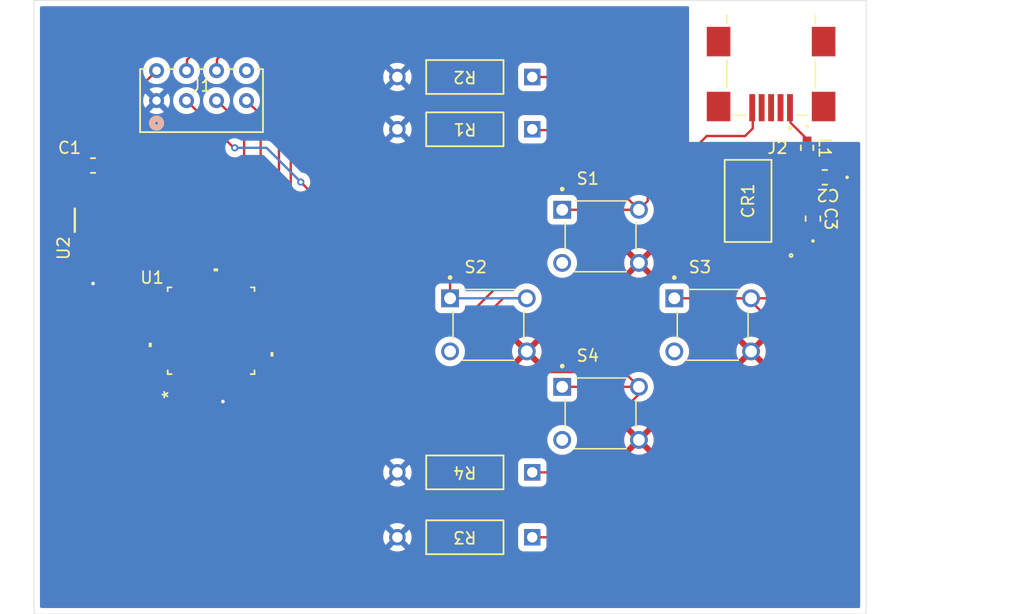
<source format=kicad_pcb>
(kicad_pcb (version 20240108) (generator "pcbnew") (generator_version "8.0")
  (layers (0 "F.Cu" signal) (31 "B.Cu" signal) (34 "B.Paste" user) (35 "F.Paste" user) (36 "B.SilkS" user "B.Silkscreen") (37 "F.SilkS" user "F.Silkscreen") (38 "B.Mask" user) (39 "F.Mask" user) (44 "Edge.Cuts" user))
  (net 0 "")
  (net 1 "/SW1")
  (net 4 "/SW2")
  (net 5 "/SW3")
  (net 8 "/SW4")
  (net 9 "GND")
  (net 10 "+5V")
  (net 12 "/MISO")
  (net 13 "/SCK")
  (net 14 "/CE")
  (net 15 "+3.3V")
  (net 16 "/MOSI")
  (net 17 "/*SS")
  (net 24 "Net-(CR1-VIN)")
  (net 25 "USB_D+")
  (net 26 "USB_D-")
  (net 27 "VCC")
  (footprint "TS02_66_60_BK_100_LCR_D:SW_TS02-66-60-BK-100-LCR-D" (layer "F.Cu") (at 149.5 87)
    (property "Reference" "S4" (at -1.079 -4.889 0) (layer "F.SilkS"))
    (property "Value" "TS02-66-60-BK-100-LCR-D")
    (fp_line (start -3 -1.176) (end -3 1.176) (stroke (width 0.127)) (layer "F.SilkS"))
    (fp_line (start -2.176 -3) (end 2.176 -3) (stroke (width 0.127)) (layer "F.SilkS"))
    (fp_line (start -2.176 3) (end 2.176 3) (stroke (width 0.127)) (layer "F.SilkS"))
    (fp_line (start 3 -1.176) (end 3 1.176) (stroke (width 0.127)) (layer "F.SilkS"))
    (fp_circle (center -3.25 -4.004) (end -3.15 -4.004) (stroke (width 0.2)) (fill none) (layer "F.SilkS"))
    (pad "1" thru_hole rect (at -3.25 -2.25) (size 1.508 1.508) (drill 1) (layers "*.Cu" "*.Mask") (net 8 "/SW4"))
    (pad "2" thru_hole circle (at 3.25 -2.25) (size 1.508 1.508) (drill 1) (layers "*.Cu" "*.Mask") (net 8 "/SW4"))
    (pad "3" thru_hole circle (at -3.25 2.25) (size 1.508 1.508) (drill 1) (layers "*.Cu" "*.Mask"))
    (pad "4" thru_hole circle (at 3.25 2.25) (size 1.508 1.508) (drill 1) (layers "*.Cu" "*.Mask") (net 10 "+5V"))
  )
  (footprint "1000R_Resistor:STA_CF14_STP" (layer "F.Cu") (at 143.715 97.5 180)
    (property "Reference" "R3" (at 5.715 0 180) (layer "F.SilkS"))
    (property "Value" "CF14JT1K00")
    (fp_line (start 8.9916 1.4351) (end 8.9916 -1.4351) (stroke (width 0.1524)) (layer "F.SilkS"))
    (fp_line (start 8.9916 -1.4351) (end 2.4384 -1.4351) (stroke (width 0.1524)) (layer "F.SilkS"))
    (fp_line (start 2.4384 1.4351) (end 8.9916 1.4351) (stroke (width 0.1524)) (layer "F.SilkS"))
    (fp_line (start 2.4384 -1.4351) (end 2.4384 1.4351) (stroke (width 0.1524)) (layer "F.SilkS"))
    (pad "1" thru_hole rect (at 0 0 180) (size 1.397 1.397) (drill 0.889) (layers "*.Cu" "*.Mask") (net 5 "/SW3"))
    (pad "2" thru_hole circle (at 11.43 0 180) (size 1.397 1.397) (drill 0.889) (layers "*.Cu" "*.Mask") (net 9 "GND"))
  )
  (footprint "TS02_66_60_BK_100_LCR_D:SW_TS02-66-60-BK-100-LCR-D" (layer "F.Cu") (at 149.5 72)
    (property "Reference" "S1" (at -1.079 -4.889 0) (layer "F.SilkS"))
    (property "Value" "TS02-66-60-BK-100-LCR-D")
    (fp_line (start -3 -1.176) (end -3 1.176) (stroke (width 0.127)) (layer "F.SilkS"))
    (fp_line (start -2.176 -3) (end 2.176 -3) (stroke (width 0.127)) (layer "F.SilkS"))
    (fp_line (start -2.176 3) (end 2.176 3) (stroke (width 0.127)) (layer "F.SilkS"))
    (fp_line (start 3 -1.176) (end 3 1.176) (stroke (width 0.127)) (layer "F.SilkS"))
    (fp_circle (center -3.25 -4.004) (end -3.15 -4.004) (stroke (width 0.2)) (fill none) (layer "F.SilkS"))
    (pad "1" thru_hole rect (at -3.25 -2.25) (size 1.508 1.508) (drill 1) (layers "*.Cu" "*.Mask") (net 1 "/SW1"))
    (pad "2" thru_hole circle (at 3.25 -2.25) (size 1.508 1.508) (drill 1) (layers "*.Cu" "*.Mask") (net 1 "/SW1"))
    (pad "3" thru_hole circle (at -3.25 2.25) (size 1.508 1.508) (drill 1) (layers "*.Cu" "*.Mask"))
    (pad "4" thru_hole circle (at 3.25 2.25) (size 1.508 1.508) (drill 1) (layers "*.Cu" "*.Mask") (net 10 "+5V"))
  )
  (footprint "TS02_66_60_BK_100_LCR_D:SW_TS02-66-60-BK-100-LCR-D" (layer "F.Cu") (at 140 79.5)
    (property "Reference" "S2" (at -1.079 -4.889 0) (layer "F.SilkS"))
    (property "Value" "TS02-66-60-BK-100-LCR-D")
    (fp_line (start -3 -1.176) (end -3 1.176) (stroke (width 0.127)) (layer "F.SilkS"))
    (fp_line (start -2.176 -3) (end 2.176 -3) (stroke (width 0.127)) (layer "F.SilkS"))
    (fp_line (start -2.176 3) (end 2.176 3) (stroke (width 0.127)) (layer "F.SilkS"))
    (fp_line (start 3 -1.176) (end 3 1.176) (stroke (width 0.127)) (layer "F.SilkS"))
    (fp_circle (center -3.25 -4.004) (end -3.15 -4.004) (stroke (width 0.2)) (fill none) (layer "F.SilkS"))
    (pad "1" thru_hole rect (at -3.25 -2.25) (size 1.508 1.508) (drill 1) (layers "*.Cu" "*.Mask") (net 4 "/SW2"))
    (pad "2" thru_hole circle (at 3.25 -2.25) (size 1.508 1.508) (drill 1) (layers "*.Cu" "*.Mask") (net 4 "/SW2"))
    (pad "3" thru_hole circle (at -3.25 2.25) (size 1.508 1.508) (drill 1) (layers "*.Cu" "*.Mask"))
    (pad "4" thru_hole circle (at 3.25 2.25) (size 1.508 1.508) (drill 1) (layers "*.Cu" "*.Mask") (net 10 "+5V"))
  )
  (footprint "0603_1uF_X7R_Capacitor:CAP_GMC10_CCE" (layer "F.Cu") (at 106.5 66 180)
    (property "Reference" "C1" (at 2 1.5 0) (layer "F.SilkS"))
    (property "Value" "GMC10X7R105K10NT")
    (fp_line (start 0.18775 -0.6223) (end -0.18775 -0.6223) (stroke (width 0.1524)) (layer "F.SilkS"))
    (fp_line (start -0.18775 0.6223) (end 0.18775 0.6223) (stroke (width 0.1524)) (layer "F.SilkS"))
    (pad "1" smd rect (at -0.8763 0 180) (size 0.762 0.9906) (layers "F.Cu" "F.Paste" "F.Mask") (net 9 "GND"))
    (pad "2" smd rect (at 0.8763 0 180) (size 0.762 0.9906) (layers "F.Cu" "F.Paste" "F.Mask") (net 15 "+3.3V"))
    (zone (net 0) (net_name "") (layer "F.Cu") (connect_pads (clearance 0)) (min_thickness 0.254)
      (keepout (tracks not_allowed) (vias not_allowed) (pads allowed) (copperpour not_allowed) (footprints allowed))
      (fill (thermal_gap 0.508) (thermal_bridge_width 0.508))
      (polygon (pts (xy 106.9445 66.4445) (xy 106.0555 66.4445) (xy 106.0555 65.5555) (xy 106.9445 65.5555)))
    )
  )
  (footprint "Snapeda:SOT-223_STM" (layer "F.Cu") (at 162 69 90)
    (property "Reference" "CR1" (at 0 0 90) (layer "F.SilkS"))
    (property "Value" "5V_LDO_LD1117S50CTR")
    (fp_poly (pts (xy 1.5748 -3.7973) (xy -1.5748 -3.7973) (xy -1.5748 -2.5019) (xy 1.5748 -2.5019)) (fill solid) (layer "F.Cu"))
    (fp_line (start 3.4798 -1.9812) (end -3.4798 -1.9812) (stroke (width 0.1524)) (layer "F.SilkS"))
    (fp_line (start -3.4798 -1.9812) (end -3.4798 1.9812) (stroke (width 0.1524)) (layer "F.SilkS"))
    (fp_line (start 3.4798 1.9812) (end 3.4798 -1.9812) (stroke (width 0.1524)) (layer "F.SilkS"))
    (fp_line (start -3.4798 1.9812) (end 3.4798 1.9812) (stroke (width 0.1524)) (layer "F.SilkS"))
    (fp_circle (center -4.6228 3.6449) (end -4.4958 3.6449) (stroke (width 0.1524)) (fill none) (layer "F.SilkS"))
    (pad "1" smd rect (at -2.3 3.1496 90) (size 0.8636 1.2954) (layers "F.Cu" "F.Paste" "F.Mask") (net 9 "GND"))
    (pad "2" smd rect (at 0 3.1496 90) (size 0.8636 1.2954) (layers "F.Cu" "F.Paste" "F.Mask") (net 27 "VCC"))
    (pad "3" smd rect (at 2.3 3.1496 90) (size 0.8636 1.2954) (layers "F.Cu" "F.Paste" "F.Mask") (net 24 "Net-(CR1-VIN)"))
  )
  (footprint "Snapeda:IND_1608_TDK" (layer "F.Cu") (at 167 64.5 -90)
    (property "Reference" "L1" (at 0 -1.5 -90) (layer "F.SilkS"))
    (property "Value" "MPZ1608S101ATAH0")
    (fp_line (start -0.204213 0.527) (end 0.204213 0.527) (stroke (width 0.1524)) (layer "F.SilkS"))
    (fp_line (start 0.204213 -0.527) (end -0.204213 -0.527) (stroke (width 0.1524)) (layer "F.SilkS"))
    (fp_circle (center -1.7906 0) (end -1.7144 0) (stroke (width 0.1524)) (fill none) (layer "F.SilkS"))
    (pad "1" smd rect (at -0.7262 0 270) (size 0.4524 0.7492) (layers "F.Cu" "F.Paste" "F.Mask") (net 10 "+5V"))
    (pad "2" smd rect (at 0.7262 0 270) (size 0.4524 0.7492) (layers "F.Cu" "F.Paste" "F.Mask") (net 24 "Net-(CR1-VIN)"))
    (zone (net 0) (net_name "") (layer "F.Cu") (connect_pads (clearance 0)) (min_thickness 0.254)
      (keepout (tracks not_allowed) (vias not_allowed) (pads allowed) (copperpour not_allowed) (footprints allowed))
      (fill (thermal_gap 0.508) (thermal_bridge_width 0.508))
      (polygon (pts (xy 167.3492 64.0508) (xy 167.3492 64.9492) (xy 166.6508 64.9492) (xy 166.6508 64.0508)))
    )
  )
  (footprint "1000R_Resistor:STA_CF14_STP" (layer "F.Cu") (at 143.715 62.93 180)
    (property "Reference" "R1" (at 5.715 0 180) (layer "F.SilkS"))
    (property "Value" "CF14JT1K00")
    (fp_line (start 8.9916 1.4351) (end 8.9916 -1.4351) (stroke (width 0.1524)) (layer "F.SilkS"))
    (fp_line (start 8.9916 -1.4351) (end 2.4384 -1.4351) (stroke (width 0.1524)) (layer "F.SilkS"))
    (fp_line (start 2.4384 1.4351) (end 8.9916 1.4351) (stroke (width 0.1524)) (layer "F.SilkS"))
    (fp_line (start 2.4384 -1.4351) (end 2.4384 1.4351) (stroke (width 0.1524)) (layer "F.SilkS"))
    (pad "1" thru_hole rect (at 0 0 180) (size 1.397 1.397) (drill 0.889) (layers "*.Cu" "*.Mask") (net 1 "/SW1"))
    (pad "2" thru_hole circle (at 11.43 0 180) (size 1.397 1.397) (drill 0.889) (layers "*.Cu" "*.Mask") (net 9 "GND"))
  )
  (footprint "Snapeda:CAP_GMC10_CCE" (layer "F.Cu") (at 167.5 70.5 90)
    (property "Reference" "C3" (at 0 1.5 -90) (layer "F.SilkS"))
    (property "Value" "0603_10uF_Capacitor_GMC10X5R106M6R3NT")
    (fp_line (start 0.199513 -0.6223) (end -0.199513 -0.6223) (stroke (width 0.1524)) (layer "F.SilkS"))
    (fp_line (start -0.199513 0.6223) (end 0.199513 0.6223) (stroke (width 0.1524)) (layer "F.SilkS"))
    (fp_circle (center -1.8923 0) (end -1.8161 0) (stroke (width 0.1524)) (fill none) (layer "F.SilkS"))
    (pad "1" smd rect (at -0.7747 0 90) (size 0.5588 0.9398) (layers "F.Cu" "F.Paste" "F.Mask") (net 9 "GND"))
    (pad "2" smd rect (at 0.7747 0 90) (size 0.5588 0.9398) (layers "F.Cu" "F.Paste" "F.Mask") (net 27 "VCC"))
    (zone (net 0) (net_name "") (layer "F.Cu") (connect_pads (clearance 0)) (min_thickness 0.254)
      (keepout (tracks not_allowed) (vias not_allowed) (pads allowed) (copperpour not_allowed) (footprints allowed))
      (fill (thermal_gap 0.508) (thermal_bridge_width 0.508))
      (polygon (pts (xy 167.0555 70.9445) (xy 167.0555 70.0555) (xy 167.9445 70.0555) (xy 167.9445 70.9445)))
    )
  )
  (footprint "Snapeda:690-005-299-043_EDAC_690-005-299-043" (layer "F.Cu") (at 163.95 58.45 180)
    (property "Reference" "J2" (at -0.55 -6.05 360) (layer "F.SilkS"))
    (property "Value" "690-005-299-043")
    (fp_line (start 3.75 4.52) (end 3.75 5.2) (stroke (width 0.127)) (layer "F.SilkS"))
    (fp_line (start 3.75 1.38) (end 3.75 -0.98) (stroke (width 0.127)) (layer "F.SilkS"))
    (fp_line (start 3.13 -3.3) (end 2.17 -3.3) (stroke (width 0.127)) (layer "F.SilkS"))
    (fp_line (start -3.13 -3.3) (end -2.17 -3.3) (stroke (width 0.127)) (layer "F.SilkS"))
    (fp_line (start -3.75 4.52) (end -3.75 5.2) (stroke (width 0.127)) (layer "F.SilkS"))
    (fp_line (start -3.75 1.38) (end -3.75 -0.98) (stroke (width 0.127)) (layer "F.SilkS"))
    (fp_circle (center -1.6 -4.4) (end -1.5 -4.4) (stroke (width 0.2)) (fill none) (layer "F.SilkS"))
    (pad "" np_thru_hole circle (at -2.2 0 180) (size 0.9 0.9) (drill 0.9) (layers "*.Cu" "*.Mask"))
    (pad "" np_thru_hole circle (at 2.2 0 180) (size 0.9 0.9) (drill 0.9) (layers "*.Cu" "*.Mask"))
    (pad "1" smd rect (at -1.6 -2.65 180) (size 0.5 2.3) (layers "F.Cu" "F.Paste" "F.Mask") (net 10 "+5V"))
    (pad "2" smd rect (at -0.8 -2.65 180) (size 0.5 2.3) (layers "F.Cu" "F.Paste" "F.Mask") (net 26 "USB_D-"))
    (pad "3" smd rect (at 0 -2.65 180) (size 0.5 2.3) (layers "F.Cu" "F.Paste" "F.Mask") (net 25 "USB_D+"))
    (pad "4" smd rect (at 0.8 -2.65 180) (size 0.5 2.3) (layers "F.Cu" "F.Paste" "F.Mask"))
    (pad "5" smd rect (at 1.6 -2.65 180) (size 0.5 2.3) (layers "F.Cu" "F.Paste" "F.Mask") (net 9 "GND"))
    (pad "S1" smd rect (at -4.45 -2.55 180) (size 2 2.5) (layers "F.Cu" "F.Paste" "F.Mask"))
    (pad "S2" smd rect (at 4.45 -2.55 180) (size 2 2.5) (layers "F.Cu" "F.Paste" "F.Mask"))
    (pad "S3" smd rect (at 4.45 2.95 180) (size 2 2.5) (layers "F.Cu" "F.Paste" "F.Mask"))
    (pad "S4" smd rect (at -4.45 2.95 180) (size 2 2.5) (layers "F.Cu" "F.Paste" "F.Mask"))
    (zone (net 0) (net_name "") (layer "F.Cu") (connect_pads (clearance 0)) (min_thickness 0.01)
      (keepout (tracks not_allowed) (vias not_allowed) (pads not_allowed) (copperpour not_allowed) (footprints allowed))
      (fill (thermal_gap 0.508) (thermal_bridge_width 0.508))
      (polygon (pts (xy 167.4 62.25) (xy 167.4 54.45) (xy 167.4 53.25) (xy 160.5 53.25) (xy 160.5 62.25) (xy 162.1 62.25) (xy 162.1 59.95) (xy 160.95 58.45) (xy 161.95 57.45) (xy 162.45 58.95) (xy 162.35 59.95) (xy 165.55 59.95) (xy 165.45 58.95) (xy 165.95 57.45) (xy 166.95 58.45) (xy 165.8 59.95) (xy 165.8 62.25)))
    )
  )
  (footprint "2_by_4_pin_header_TD-104-G-A:CON8_2X4_TU_HTS_SAI" (layer "F.Cu") (at 115.69 59.23)
    (property "Reference" "J1" (at 0 0 0) (layer "F.SilkS"))
    (property "Value" "TD-104-G-A")
    (fp_circle (center -3.81 3.175) (end -3.429 3.175) (stroke (width 0.508)) (fill none) (layer "B.SilkS"))
    (fp_line (start -5.207 -1.397) (end -5.207 3.937) (stroke (width 0.1524)) (layer "F.SilkS"))
    (fp_line (start -5.207 3.937) (end 5.207 3.937) (stroke (width 0.1524)) (layer "F.SilkS"))
    (fp_line (start -4.76937 -1.397) (end -5.207 -1.397) (stroke (width 0.1524)) (layer "F.SilkS"))
    (fp_line (start -2.22937 -1.397) (end -2.85063 -1.397) (stroke (width 0.1524)) (layer "F.SilkS"))
    (fp_line (start 0.31063 -1.397) (end -0.31063 -1.397) (stroke (width 0.1524)) (layer "F.SilkS"))
    (fp_line (start 2.85063 -1.397) (end 2.22937 -1.397) (stroke (width 0.1524)) (layer "F.SilkS"))
    (fp_line (start 5.207 -1.397) (end 4.76937 -1.397) (stroke (width 0.1524)) (layer "F.SilkS"))
    (fp_line (start 5.207 3.937) (end 5.207 -1.397) (stroke (width 0.1524)) (layer "F.SilkS"))
    (fp_circle (center -3.81 3.175) (end -3.429 3.175) (stroke (width 0.508)) (fill none) (layer "F.SilkS"))
    (pad "1" thru_hole circle (at -3.81 1.27 90) (size 1.27 1.27) (drill 0.7112) (layers "*.Cu" "*.Mask") (net 9 "GND"))
    (pad "2" thru_hole circle (at -3.81 -1.27 90) (size 1.27 1.27) (drill 0.7112) (layers "*.Cu" "*.Mask") (net 15 "+3.3V"))
    (pad "3" thru_hole circle (at -1.27 1.27 90) (size 1.27 1.27) (drill 0.7112) (layers "*.Cu" "*.Mask") (net 14 "/CE"))
    (pad "4" thru_hole circle (at -1.27 -1.27 90) (size 1.27 1.27) (drill 0.7112) (layers "*.Cu" "*.Mask") (net 17 "/*SS"))
    (pad "5" thru_hole circle (at 1.27 1.27 90) (size 1.27 1.27) (drill 0.7112) (layers "*.Cu" "*.Mask") (net 13 "/SCK"))
    (pad "6" thru_hole circle (at 1.27 -1.27 90) (size 1.27 1.27) (drill 0.7112) (layers "*.Cu" "*.Mask") (net 16 "/MOSI"))
    (pad "7" thru_hole circle (at 3.81 1.27 90) (size 1.27 1.27) (drill 0.7112) (layers "*.Cu" "*.Mask") (net 12 "/MISO"))
    (pad "8" thru_hole circle (at 3.81 -1.27 90) (size 1.27 1.27) (drill 0.7112) (layers "*.Cu" "*.Mask"))
  )
  (footprint "Snapeda:CAP_GMC10_CCE" (layer "F.Cu") (at 168.5 67 180)
    (property "Reference" "C2" (at -0.2747 -1.5 180) (layer "F.SilkS"))
    (property "Value" "0603_100nF_Capacitor_GMC10X7R104M16NT")
    (fp_line (start 0.199513 -0.6223) (end -0.199513 -0.6223) (stroke (width 0.1524)) (layer "F.SilkS"))
    (fp_line (start -0.199513 0.6223) (end 0.199513 0.6223) (stroke (width 0.1524)) (layer "F.SilkS"))
    (fp_circle (center -1.8923 0) (end -1.8161 0) (stroke (width 0.1524)) (fill none) (layer "F.SilkS"))
    (pad "1" smd rect (at -0.7747 0 180) (size 0.5588 0.9398) (layers "F.Cu" "F.Paste" "F.Mask") (net 9 "GND"))
    (pad "2" smd rect (at 0.7747 0 180) (size 0.5588 0.9398) (layers "F.Cu" "F.Paste" "F.Mask") (net 24 "Net-(CR1-VIN)"))
    (zone (net 0) (net_name "") (layer "F.Cu") (connect_pads (clearance 0)) (min_thickness 0.254)
      (keepout (tracks not_allowed) (vias not_allowed) (pads allowed) (copperpour not_allowed) (footprints allowed))
      (fill (thermal_gap 0.508) (thermal_bridge_width 0.508))
      (polygon (pts (xy 168.9445 67.4445) (xy 168.0555 67.4445) (xy 168.0555 66.5555) (xy 168.9445 66.5555)))
    )
  )
  (footprint "1000R_Resistor:STA_CF14_STP" (layer "F.Cu") (at 143.715 58.5 180)
    (property "Reference" "R2" (at 5.715 0 180) (layer "F.SilkS"))
    (property "Value" "CF14JT1K00")
    (fp_line (start 8.9916 1.4351) (end 8.9916 -1.4351) (stroke (width 0.1524)) (layer "F.SilkS"))
    (fp_line (start 8.9916 -1.4351) (end 2.4384 -1.4351) (stroke (width 0.1524)) (layer "F.SilkS"))
    (fp_line (start 2.4384 1.4351) (end 8.9916 1.4351) (stroke (width 0.1524)) (layer "F.SilkS"))
    (fp_line (start 2.4384 -1.4351) (end 2.4384 1.4351) (stroke (width 0.1524)) (layer "F.SilkS"))
    (pad "1" thru_hole rect (at 0 0 180) (size 1.397 1.397) (drill 0.889) (layers "*.Cu" "*.Mask") (net 4 "/SW2"))
    (pad "2" thru_hole circle (at 11.43 0 180) (size 1.397 1.397) (drill 0.889) (layers "*.Cu" "*.Mask") (net 9 "GND"))
  )
  (footprint "TS02_66_60_BK_100_LCR_D:SW_TS02-66-60-BK-100-LCR-D" (layer "F.Cu") (at 159 79.5)
    (property "Reference" "S3" (at -1.079 -4.889 0) (layer "F.SilkS"))
    (property "Value" "TS02-66-60-BK-100-LCR-D")
    (fp_line (start -3 -1.176) (end -3 1.176) (stroke (width 0.127)) (layer "F.SilkS"))
    (fp_line (start -2.176 -3) (end 2.176 -3) (stroke (width 0.127)) (layer "F.SilkS"))
    (fp_line (start -2.176 3) (end 2.176 3) (stroke (width 0.127)) (layer "F.SilkS"))
    (fp_line (start 3 -1.176) (end 3 1.176) (stroke (width 0.127)) (layer "F.SilkS"))
    (fp_circle (center -3.25 -4.004) (end -3.15 -4.004) (stroke (width 0.2)) (fill none) (layer "F.SilkS"))
    (pad "1" thru_hole rect (at -3.25 -2.25) (size 1.508 1.508) (drill 1) (layers "*.Cu" "*.Mask") (net 5 "/SW3"))
    (pad "2" thru_hole circle (at 3.25 -2.25) (size 1.508 1.508) (drill 1) (layers "*.Cu" "*.Mask") (net 5 "/SW3"))
    (pad "3" thru_hole circle (at -3.25 2.25) (size 1.508 1.508) (drill 1) (layers "*.Cu" "*.Mask"))
    (pad "4" thru_hole circle (at 3.25 2.25) (size 1.508 1.508) (drill 1) (layers "*.Cu" "*.Mask") (net 10 "+5V"))
  )
  (footprint "Snapeda:32A_MCH" (layer "F.Cu") (at 116.5 80 90)
    (property "Reference" "U1" (at 4.5 -5 0) (layer "F.SilkS"))
    (property "Value" "ATMEGA328PB-AU")
    (fp_line (start 3.677 -3.677) (end 3.35774 -3.677) (stroke (width 0.1524)) (layer "F.SilkS"))
    (fp_line (start -3.35774 -3.677) (end -3.677 -3.677) (stroke (width 0.1524)) (layer "F.SilkS"))
    (fp_line (start -3.677 -3.677) (end -3.677 -3.35774) (stroke (width 0.1524)) (layer "F.SilkS"))
    (fp_line (start 3.677 -3.35774) (end 3.677 -3.677) (stroke (width 0.1524)) (layer "F.SilkS"))
    (fp_line (start -3.677 3.35774) (end -3.677 3.677) (stroke (width 0.1524)) (layer "F.SilkS"))
    (fp_line (start 3.677 3.677) (end 3.677 3.35774) (stroke (width 0.1524)) (layer "F.SilkS"))
    (fp_line (start 3.35774 3.677) (end 3.677 3.677) (stroke (width 0.1524)) (layer "F.SilkS"))
    (fp_line (start -3.677 3.677) (end -3.35774 3.677) (stroke (width 0.1524)) (layer "F.SilkS"))
    (fp_poly (pts (xy -1.3905 -5.0314) (xy -1.3905 -5.2854) (xy -1.0095 -5.2854) (xy -1.0095 -5.0314)) (fill solid) (layer "F.SilkS"))
    (fp_poly (pts (xy 5.2854 0.209499) (xy 5.2854 0.590499) (xy 5.0314 0.590499) (xy 5.0314 0.209499)) (fill solid) (layer "F.SilkS"))
    (fp_poly (pts (xy -2.190501 5.0314) (xy -2.190501 5.2854) (xy -1.809501 5.2854) (xy -1.809501 5.0314)) (fill solid) (layer "F.SilkS"))
    (fp_text user "*" (at -5.412399 -3.581 90) (layer "F.SilkS"))
    (pad "1" smd rect (at -4.199199 -2.799999 180) (size 0.45 1.1564) (layers "F.Cu" "F.Paste" "F.Mask") (net 8 "/SW4"))
    (pad "2" smd rect (at -4.199199 -2.000001 180) (size 0.45 1.1564) (layers "F.Cu" "F.Paste" "F.Mask") (net 4 "/SW2"))
    (pad "3" smd rect (at -4.199199 -1.2 180) (size 0.45 1.1564) (layers "F.Cu" "F.Paste" "F.Mask"))
    (pad "4" smd rect (at -4.199199 -0.399999 180) (size 0.45 1.1564) (layers "F.Cu" "F.Paste" "F.Mask") (net 27 "VCC"))
    (pad "5" smd rect (at -4.199199 0.399999 180) (size 0.45 1.1564) (layers "F.Cu" "F.Paste" "F.Mask") (net 9 "GND"))
    (pad "6" smd rect (at -4.199199 1.2 180) (size 0.45 1.1564) (layers "F.Cu" "F.Paste" "F.Mask"))
    (pad "7" smd rect (at -4.199199 1.999999 180) (size 0.45 1.1564) (layers "F.Cu" "F.Paste" "F.Mask"))
    (pad "8" smd rect (at -4.199199 2.799999 180) (size 0.45 1.1564) (layers "F.Cu" "F.Paste" "F.Mask"))
    (pad "9" smd rect (at -2.799999 4.199199 90) (size 0.45 1.1564) (layers "F.Cu" "F.Paste" "F.Mask") (net 1 "/SW1"))
    (pad "10" smd rect (at -2.000001 4.199199 90) (size 0.45 1.1564) (layers "F.Cu" "F.Paste" "F.Mask"))
    (pad "11" smd rect (at -1.2 4.199199 90) (size 0.45 1.1564) (layers "F.Cu" "F.Paste" "F.Mask"))
    (pad "12" smd rect (at -0.399999 4.199199 90) (size 0.45 1.1564) (layers "F.Cu" "F.Paste" "F.Mask"))
    (pad "13" smd rect (at 0.399999 4.199199 90) (size 0.45 1.1564) (layers "F.Cu" "F.Paste" "F.Mask") (net 14 "/CE"))
    (pad "14" smd rect (at 1.2 4.199199 90) (size 0.45 1.1564) (layers "F.Cu" "F.Paste" "F.Mask") (net 17 "/*SS"))
    (pad "15" smd rect (at 1.999999 4.199199 90) (size 0.45 1.1564) (layers "F.Cu" "F.Paste" "F.Mask") (net 16 "/MOSI"))
    (pad "16" smd rect (at 2.799999 4.199199 90) (size 0.45 1.1564) (layers "F.Cu" "F.Paste" "F.Mask") (net 12 "/MISO"))
    (pad "17" smd rect (at 4.199199 2.799999 180) (size 0.45 1.1564) (layers "F.Cu" "F.Paste" "F.Mask") (net 13 "/SCK"))
    (pad "18" smd rect (at 4.199199 2.000001 180) (size 0.45 1.1564) (layers "F.Cu" "F.Paste" "F.Mask"))
    (pad "19" smd rect (at 4.199199 1.2 180) (size 0.45 1.1564) (layers "F.Cu" "F.Paste" "F.Mask"))
    (pad "20" smd rect (at 4.199199 0.399999 180) (size 0.45 1.1564) (layers "F.Cu" "F.Paste" "F.Mask"))
    (pad "21" smd rect (at 4.199199 -0.399999 180) (size 0.45 1.1564) (layers "F.Cu" "F.Paste" "F.Mask"))
    (pad "22" smd rect (at 4.199199 -1.2 180) (size 0.45 1.1564) (layers "F.Cu" "F.Paste" "F.Mask"))
    (pad "23" smd rect (at 4.199199 -1.999999 180) (size 0.45 1.1564) (layers "F.Cu" "F.Paste" "F.Mask"))
    (pad "24" smd rect (at 4.199199 -2.799999 180) (size 0.45 1.1564) (layers "F.Cu" "F.Paste" "F.Mask"))
    (pad "25" smd rect (at 2.799999 -4.199199 90) (size 0.45 1.1564) (layers "F.Cu" "F.Paste" "F.Mask"))
    (pad "26" smd rect (at 2.000001 -4.199199 90) (size 0.45 1.1564) (layers "F.Cu" "F.Paste" "F.Mask"))
    (pad "27" smd rect (at 1.2 -4.199199 90) (size 0.45 1.1564) (layers "F.Cu" "F.Paste" "F.Mask"))
    (pad "28" smd rect (at 0.399999 -4.199199 90) (size 0.45 1.1564) (layers "F.Cu" "F.Paste" "F.Mask"))
    (pad "29" smd rect (at -0.399999 -4.199199 90) (size 0.45 1.1564) (layers "F.Cu" "F.Paste" "F.Mask"))
    (pad "30" smd rect (at -1.2 -4.199199 90) (size 0.45 1.1564) (layers "F.Cu" "F.Paste" "F.Mask"))
    (pad "31" smd rect (at -1.999999 -4.199199 90) (size 0.45 1.1564) (layers "F.Cu" "F.Paste" "F.Mask"))
    (pad "32" smd rect (at -2.799999 -4.199199 90) (size 0.45 1.1564) (layers "F.Cu" "F.Paste" "F.Mask") (net 5 "/SW3"))
  )
  (footprint "5V_to_3.3V_LDO_LP2985_33DBVR:DBV0005A_N" (layer "F.Cu") (at 106.5 70 90)
    (property "Reference" "U2" (at -3 -2.5 90) (layer "F.SilkS"))
    (property "Value" "LP2985-33DBVR")
    (fp_line (start -1.625001 -1.549999) (end 0.349999 -1.549999) (stroke (width 0.2)) (layer "F.SilkS"))
    (pad "1" smd rect (at -1.375001 -0.950001 180) (size 0.599999 1) (layers "F.Cu" "F.Paste" "F.Mask") (net 10 "+5V"))
    (pad "2" smd rect (at -1.375001 0 180) (size 0.599999 1) (layers "F.Cu" "F.Paste" "F.Mask") (net 9 "GND"))
    (pad "3" smd rect (at -1.375001 0.949998 180) (size 0.599999 1) (layers "F.Cu" "F.Paste" "F.Mask") (net 10 "+5V"))
    (pad "4" smd rect (at 1.374999 0.949998 180) (size 0.599999 1) (layers "F.Cu" "F.Paste" "F.Mask"))
    (pad "5" smd rect (at 1.374999 -0.950001 180) (size 0.599999 1) (layers "F.Cu" "F.Paste" "F.Mask") (net 15 "+3.3V"))
  )
  (footprint "1000R_Resistor:STA_CF14_STP" (layer "F.Cu") (at 143.715 92 180)
    (property "Reference" "R4" (at 5.715 0 180) (layer "F.SilkS"))
    (property "Value" "CF14JT1K00")
    (fp_line (start 8.9916 1.4351) (end 8.9916 -1.4351) (stroke (width 0.1524)) (layer "F.SilkS"))
    (fp_line (start 8.9916 -1.4351) (end 2.4384 -1.4351) (stroke (width 0.1524)) (layer "F.SilkS"))
    (fp_line (start 2.4384 1.4351) (end 8.9916 1.4351) (stroke (width 0.1524)) (layer "F.SilkS"))
    (fp_line (start 2.4384 -1.4351) (end 2.4384 1.4351) (stroke (width 0.1524)) (layer "F.SilkS"))
    (pad "1" thru_hole rect (at 0 0 180) (size 1.397 1.397) (drill 0.889) (layers "*.Cu" "*.Mask") (net 8 "/SW4"))
    (pad "2" thru_hole circle (at 11.43 0 180) (size 1.397 1.397) (drill 0.889) (layers "*.Cu" "*.Mask") (net 9 "GND"))
  )
  (gr_rect (start 101.5 52) (end 172 104) (stroke (width 0.05)) (fill none) (layer "Edge.Cuts"))
  (segment (start 149 66) (end 129.25 66) (width 0.2) (layer "F.Cu") (net 1))
  (segment (start 152.75 69.75) (end 153.5 69) (width 0.2) (layer "F.Cu") (net 1))
  (segment (start 153.5 69) (end 153.5 65.5) (width 0.2) (layer "F.Cu") (net 1))
  (segment (start 143.5 63) (end 143.43 62.93) (width 0.2) (layer "F.Cu") (net 1))
  (segment (start 143.43 62.93) (end 143.1702 62.93) (width 0.2) (layer "F.Cu") (net 1))
  (segment (start 126.299999 68.950001) (end 126.299999 77.977399) (width 0.2) (layer "F.Cu") (net 1))
  (segment (start 121.477399 82.799999) (end 120.699199 82.799999) (width 0.2) (layer "F.Cu") (net 1))
  (segment (start 129.25 66) (end 126.299999 68.950001) (width 0.2) (layer "F.Cu") (net 1))
  (segment (start 152.75 69.75) (end 149 66) (width 0.2) (layer "F.Cu") (net 1))
  (segment (start 151 63) (end 143.5 63) (width 0.2) (layer "F.Cu") (net 1))
  (segment (start 126.299999 77.977399) (end 121.477399 82.799999) (width 0.2) (layer "F.Cu") (net 1))
  (segment (start 153.5 65.5) (end 151 63) (width 0.2) (layer "F.Cu") (net 1))
  (segment (start 146.25 69.75) (end 152.75 69.75) (width 0.2) (layer "F.Cu") (net 1))
  (segment (start 139.5 87.5) (end 138 89) (width 0.2) (layer "F.Cu") (net 4))
  (segment (start 136.75 77.25) (end 136.75 74.25) (width 0.2) (layer "F.Cu") (net 4))
  (segment (start 114.499999 87.499999) (end 114.499999 84.199199) (width 0.2) (layer "F.Cu") (net 4))
  (segment (start 138 89) (end 116 89) (width 0.2) (layer "F.Cu") (net 4))
  (segment (start 141.25 77.25) (end 139.5 79) (width 0.2) (layer "F.Cu") (net 4))
  (segment (start 136.75 74.25) (end 139.5 71.5) (width 0.2) (layer "F.Cu") (net 4))
  (segment (start 139.5 79) (end 139.5 87.5) (width 0.2) (layer "F.Cu") (net 4))
  (segment (start 148.25 58.5) (end 143.715 58.5) (width 0.2) (layer "F.Cu") (net 4))
  (segment (start 155 70.5) (end 155 65.25) (width 0.2) (layer "F.Cu") (net 4))
  (segment (start 143.25 77.25) (end 141.25 77.25) (width 0.2) (layer "F.Cu") (net 4))
  (segment (start 116 89) (end 114.499999 87.499999) (width 0.2) (layer "F.Cu") (net 4))
  (segment (start 155 65.25) (end 148.25 58.5) (width 0.2) (layer "F.Cu") (net 4))
  (segment (start 154 71.5) (end 155 70.5) (width 0.2) (layer "F.Cu") (net 4))
  (segment (start 139.5 71.5) (end 154 71.5) (width 0.2) (layer "F.Cu") (net 4))
  (segment (start 136.75 77.25) (end 143.25 77.25) (width 0.2) (layer "B.Cu") (net 4))
  (segment (start 162.25 77.25) (end 163.75 77.25) (width 0.2) (layer "F.Cu") (net 5))
  (segment (start 153 99.5) (end 114.5 99.5) (width 0.2) (layer "F.Cu") (net 5))
  (segment (start 152.25 97.5) (end 143.715 97.5) (width 0.2) (layer "F.Cu") (net 5))
  (segment (start 165.25 84.5) (end 152.25 97.5) (width 0.2) (layer "F.Cu") (net 5))
  (segment (start 165.25 80.5) (end 165.25 84.5) (width 0.2) (layer "F.Cu") (net 5))
  (segment (start 167.75 84.75) (end 153 99.5) (width 0.2) (layer "F.Cu") (net 5))
  (segment (start 163.75 77.25) (end 167.75 81.25) (width 0.2) (layer "F.Cu") (net 5))
  (segment (start 112.300801 97.300801) (end 112.300801 82.799999) (width 0.2) (layer "F.Cu") (net 5))
  (segment (start 155.75 77.25) (end 162.25 77.25) (width 0.2) (layer "F.Cu") (net 5))
  (segment (start 167.75 81.25) (end 167.75 84.75) (width 0.2) (layer "F.Cu") (net 5))
  (segment (start 162.25 77.25) (end 162.25 77.5) (width 0.2) (layer "F.Cu") (net 5))
  (segment (start 114.5 99.5) (end 112.300801 97.300801) (width 0.2) (layer "F.Cu") (net 5))
  (segment (start 162.25 77.5) (end 165.25 80.5) (width 0.2) (layer "F.Cu") (net 5))
  (segment (start 152.75 84.75) (end 151.5 83.5) (width 0.2) (layer "F.Cu") (net 8))
  (segment (start 151.5 83.5) (end 144.75 83.5) (width 0.2) (layer "F.Cu") (net 8))
  (segment (start 113.700001 88.200001) (end 113.700001 84.199199) (width 0.2) (layer "F.Cu") (net 8))
  (segment (start 146.25 84.75) (end 152.75 84.75) (width 0.2) (layer "F.Cu") (net 8))
  (segment (start 115.5 90) (end 113.700001 88.200001) (width 0.2) (layer "F.Cu") (net 8))
  (segment (start 152.75 84.75) (end 152.75 85.375) (width 0.2) (layer "F.Cu") (net 8))
  (segment (start 144.75 83.5) (end 138.25 90) (width 0.2) (layer "F.Cu") (net 8))
  (segment (start 146.125 92) (end 143.715 92) (width 0.2) (layer "F.Cu") (net 8))
  (segment (start 138.25 90) (end 115.5 90) (width 0.2) (layer "F.Cu") (net 8))
  (segment (start 152.75 85.375) (end 146.125 92) (width 0.2) (layer "F.Cu") (net 8))
  (segment (start 162.4 62.85) (end 162.4 61.15) (width 0.2) (layer "F.Cu") (net 9))
  (segment (start 165.1496 71.3) (end 165.1496 72.8504) (width 0.2) (layer "F.Cu") (net 9))
  (segment (start 157 71) (end 157 65) (width 0.2) (layer "F.Cu") (net 9))
  (segment (start 164.5 73.5) (end 159.5 73.5) (width 0.2) (layer "F.Cu") (net 9))
  (segment (start 106.5 71.375001) (end 106.5 76) (width 0.2) (layer "F.Cu") (net 9))
  (segment (start 157 65) (end 158.5 63.5) (width 0.2) (layer "F.Cu") (net 9))
  (segment (start 165.1496 72.8504) (end 164.5 73.5) (width 0.2) (layer "F.Cu") (net 9))
  (segment (start 116.899999 84.199199) (end 116.899999 85.399999) (width 0.2) (layer "F.Cu") (net 9))
  (segment (start 116.899999 85.399999) (end 117.5 86) (width 0.2) (layer "F.Cu") (net 9))
  (segment (start 167.4747 71.3) (end 167.5 71.2747) (width 0.2) (layer "F.Cu") (net 9))
  (segment (start 107.3763 66) (end 107.3763 65.0037) (width 0.2) (layer "F.Cu") (net 9))
  (segment (start 165.1496 71.3) (end 167.4747 71.3) (width 0.2) (layer "F.Cu") (net 9))
  (segment (start 159.5 73.5) (end 157 71) (width 0.2) (layer "F.Cu") (net 9))
  (segment (start 107.3763 65.0037) (end 111.88 60.5) (width 0.2) (layer "F.Cu") (net 9))
  (segment (start 158.5 63.5) (end 161.75 63.5) (width 0.2) (layer "F.Cu") (net 9))
  (segment (start 161.75 63.5) (end 162.4 62.85) (width 0.2) (layer "F.Cu") (net 9))
  (via (at 106.5 76) (size 0.6) (drill 0.3) (layers "F.Cu" "B.Cu") (net 9))
  (via (at 117.5 86) (size 0.6) (drill 0.3) (layers "F.Cu" "B.Cu") (net 9))
  (segment (start 165.6 61.15) (end 165.6 62.3738) (width 0.2) (layer "F.Cu") (net 10))
  (segment (start 165.6 62.3738) (end 167 63.7738) (width 0.2) (layer "F.Cu") (net 10))
  (segment (start 120.700001 61.700001) (end 120.700001 72.300801) (width 0.2) (layer "F.Cu") (net 12))
  (segment (start 119.5 60.5) (end 120.700001 61.700001) (width 0.2) (layer "F.Cu") (net 12))
  (segment (start 120.700001 72.300801) (end 120.699199 72.301603) (width 0.2) (layer "F.Cu") (net 12))
  (segment (start 120.699199 72.301603) (end 120.699199 77.200001) (width 0.2) (layer "F.Cu") (net 12))
  (segment (start 119.300801 62.800801) (end 119.300801 73.5) (width 0.2) (layer "F.Cu") (net 13))
  (segment (start 117 60.5) (end 119.300801 62.800801) (width 0.2) (layer "F.Cu") (net 13))
  (segment (start 119.300801 73.5) (end 119.299999 73.500802) (width 0.2) (layer "F.Cu") (net 13))
  (segment (start 119.299999 73.500802) (end 119.299999 75.800801) (width 0.2) (layer "F.Cu") (net 13))
  (segment (start 121.302398 79.600001) (end 120.699199 79.600001) (width 0.2) (layer "F.Cu") (net 14))
  (segment (start 124.75 68.049998) (end 124.75 76.152399) (width 0.2) (layer "F.Cu") (net 14))
  (segment (start 124.75 76.152399) (end 121.302398 79.600001) (width 0.2) (layer "F.Cu") (net 14))
  (segment (start 118.42 64.5) (end 118.5 64.5) (width 0.2) (layer "F.Cu") (net 14))
  (segment (start 124.100001 67.399999) (end 124.75 68.049998) (width 0.2) (layer "F.Cu") (net 14))
  (segment (start 114.42 60.5) (end 118.42 64.5) (width 0.2) (layer "F.Cu") (net 14))
  (via (at 118.5 64.5) (size 0.6) (drill 0.3) (layers "F.Cu" "B.Cu") (net 14))
  (via (at 124.100001 67.399999) (size 0.6) (drill 0.3) (layers "F.Cu" "B.Cu") (net 14))
  (segment (start 124.100001 67.399999) (end 121.200002 64.5) (width 0.2) (layer "B.Cu") (net 14))
  (segment (start 121.200002 64.5) (end 118.5 64.5) (width 0.2) (layer "B.Cu") (net 14))
  (segment (start 105.6237 64.2163) (end 111.88 57.96) (width 0.2) (layer "F.Cu") (net 15))
  (segment (start 105.549999 68.625001) (end 105.549999 66.073701) (width 0.2) (layer "F.Cu") (net 15))
  (segment (start 105.549999 66.073701) (end 105.6237 66) (width 0.2) (layer "F.Cu") (net 15))
  (segment (start 105.6237 66) (end 105.6237 64.2163) (width 0.2) (layer "F.Cu") (net 15))
  (segment (start 117 57) (end 117 57.96) (width 0.2) (layer "F.Cu") (net 16))
  (segment (start 121.302399 78.000001) (end 122.25 77.0524) (width 0.2) (layer "F.Cu") (net 16))
  (segment (start 122.25 77.0524) (end 122.25 57.25) (width 0.2) (layer "F.Cu") (net 16))
  (segment (start 122.25 57.25) (end 121 56) (width 0.2) (layer "F.Cu") (net 16))
  (segment (start 120.699199 78.000001) (end 121.302399 78.000001) (width 0.2) (layer "F.Cu") (net 16))
  (segment (start 121 56) (end 118 56) (width 0.2) (layer "F.Cu") (net 16))
  (segment (start 118 56) (end 117 57) (width 0.2) (layer "F.Cu") (net 16))
  (segment (start 121.5 55) (end 116.5 55) (width 0.2) (layer "F.Cu") (net 17))
  (segment (start 120.699199 78.8) (end 121.3024 78.8) (width 0.2) (layer "F.Cu") (net 17))
  (segment (start 123.25 76.8524) (end 123.25 56.75) (width 0.2) (layer "F.Cu") (net 17))
  (segment (start 116.5 55) (end 114.46 57.04) (width 0.2) (layer "F.Cu") (net 17))
  (segment (start 114.46 57.04) (end 114.46 57.96) (width 0.2) (layer "F.Cu") (net 17))
  (segment (start 123.25 56.75) (end 121.5 55) (width 0.2) (layer "F.Cu") (net 17))
  (segment (start 121.3024 78.8) (end 123.25 76.8524) (width 0.2) (layer "F.Cu") (net 17))
  (segment (start 167.7253 67) (end 167.1237 67) (width 0.2) (layer "F.Cu") (net 24))
  (segment (start 165.0259 66.7) (end 166.8237 66.7) (width 0.2) (layer "F.Cu") (net 24))
  (segment (start 167.1237 67) (end 166.8763 66.7526) (width 0.2) (layer "F.Cu") (net 24))
  (segment (start 166.8763 65.2262) (end 166.8763 66.7526) (width 0.2) (layer "F.Cu") (net 24))
  (segment (start 116.100001 86.100001) (end 116.100001 84.199199) (width 0.2) (layer "F.Cu") (net 27))
  (segment (start 136.5 79) (end 127.5 88) (width 0.2) (layer "F.Cu") (net 27))
  (segment (start 157 74.5) (end 154.5 72) (width 0.2) (layer "F.Cu") (net 27))
  (segment (start 168.7253 69.7253) (end 169.5 70.5) (width 0.2) (layer "F.Cu") (net 27))
  (segment (start 118 88) (end 116.100001 86.100001) (width 0.2) (layer "F.Cu") (net 27))
  (segment (start 144.5 72.5) (end 150 72.5) (width 0.2) (layer "F.Cu") (net 27))
  (segment (start 127.5 88) (end 118 88) (width 0.2) (layer "F.Cu") (net 27))
  (segment (start 169.5 74) (end 169 74.5) (width 0.2) (layer "F.Cu") (net 27))
  (segment (start 167.5 69.7253) (end 168.7253 69.7253) (width 0.2) (layer "F.Cu") (net 27))
  (segment (start 169.5 70.5) (end 169.5 74) (width 0.2) (layer "F.Cu") (net 27))
  (segment (start 150.5 72) (end 150 72.5) (width 0.2) (layer "F.Cu") (net 27))
  (segment (start 138 79) (end 144.5 72.5) (width 0.2) (layer "F.Cu") (net 27))
  (segment (start 154.5 72) (end 150.5 72) (width 0.2) (layer "F.Cu") (net 27))
  (segment (start 165.1496 69) (end 166.7747 69) (width 0.2) (layer "F.Cu") (net 27))
  (segment (start 166.7747 69) (end 167.5 69.7253) (width 0.2) (layer "F.Cu") (net 27))
  (segment (start 136.5 79) (end 138 79) (width 0.2) (layer "F.Cu") (net 27))
  (segment (start 169 74.5) (end 157 74.5) (width 0.2) (layer "F.Cu") (net 27))
  (zone (net 10) (net_name "+5V") (layer "F.Cu") (connect_pads (clearance 0.5)) (min_thickness 0.25) (fill yes (thermal_gap 0.5) (thermal_bridge_width 0.5) (island_removal_mode 1) (island_area_min 10))
    (polygon (pts (xy 141.75 83.5) (xy 144 83.5) (xy 144.5 83) (xy 153.25 83) (xy 154.25 84) (xy 154.25 86.25) (xy 153.25 87.25) (xy 151.75 87.25) (xy 150.5 88.5) (xy 150.5 91) (xy 152.5 92.5) (xy 156 92.5) (xy 164 84.25) (xy 164 81) (xy 162.5 79.5) (xy 154.75 79.5) (xy 154 78.75) (xy 154 76.5) (xy 154.5 76) (xy 164 76) (xy 168.5 80.5) (xy 168.5 85) (xy 153.5 100) (xy 114.5 100) (xy 109 94.5) (xy 109 80) (xy 106 76) (xy 106 70.5) (xy 104 70.5) (xy 103 72.5) (xy 102.5 103) (xy 162 103) (xy 171 103) (xy 171 78.5) (xy 167 75) (xy 156.5 75) (xy 154.5 73) (xy 154 72.5) (xy 151.75 72.5) (xy 149.75 74.75) (xy 149.75 75.5) (xy 145.5 79.75) (xy 141.25 79.75) (xy 140.5 80.5) (xy 140.5 82.25)))
  )
  (zone (net 9) (net_name "GND") (layer "B.Cu") (priority 1) (connect_pads (clearance 0.5)) (min_thickness 0.25) (fill yes (thermal_gap 0.5) (thermal_bridge_width 0.5) (island_removal_mode 1) (island_area_min 10))
    (polygon (pts (xy 157 52) (xy 101.5 52) (xy 101.5 104) (xy 172 104) (xy 172 64) (xy 157 64)))
  )
)
</source>
